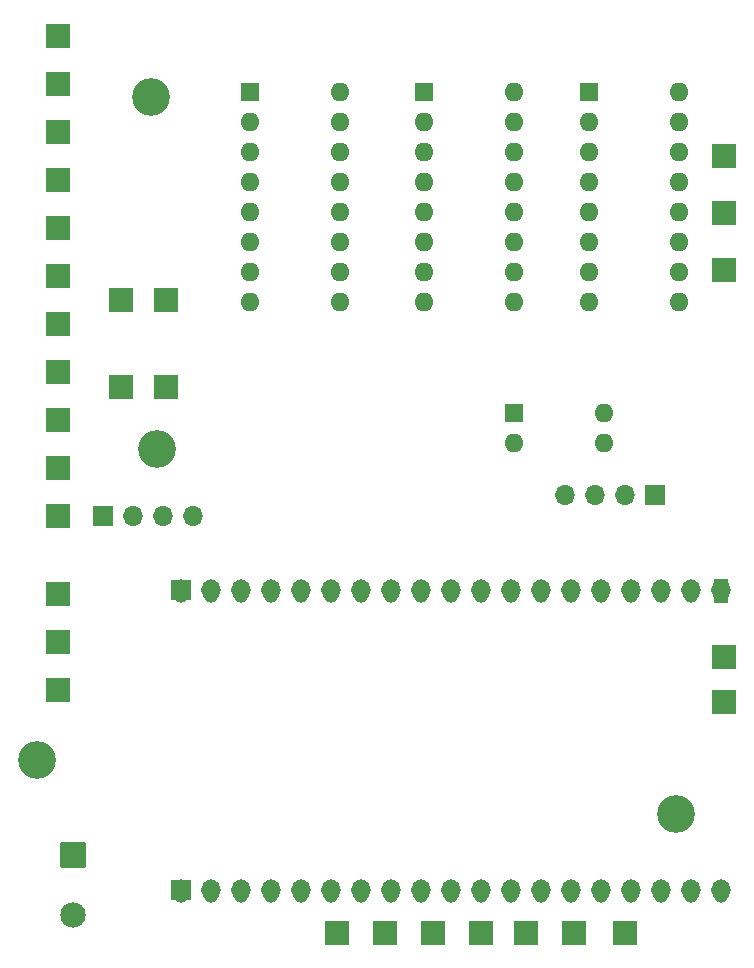
<source format=gbs>
G04 #@! TF.GenerationSoftware,KiCad,Pcbnew,8.0.9-8.0.9-0~ubuntu22.04.1*
G04 #@! TF.CreationDate,2025-03-11T20:39:27+01:00*
G04 #@! TF.ProjectId,BrakeOutBoard,4272616b-654f-4757-9442-6f6172642e6b,rev?*
G04 #@! TF.SameCoordinates,Original*
G04 #@! TF.FileFunction,Soldermask,Bot*
G04 #@! TF.FilePolarity,Negative*
%FSLAX46Y46*%
G04 Gerber Fmt 4.6, Leading zero omitted, Abs format (unit mm)*
G04 Created by KiCad (PCBNEW 8.0.9-8.0.9-0~ubuntu22.04.1) date 2025-03-11 20:39:27*
%MOMM*%
%LPD*%
G01*
G04 APERTURE LIST*
G04 Aperture macros list*
%AMRoundRect*
0 Rectangle with rounded corners*
0 $1 Rounding radius*
0 $2 $3 $4 $5 $6 $7 $8 $9 X,Y pos of 4 corners*
0 Add a 4 corners polygon primitive as box body*
4,1,4,$2,$3,$4,$5,$6,$7,$8,$9,$2,$3,0*
0 Add four circle primitives for the rounded corners*
1,1,$1+$1,$2,$3*
1,1,$1+$1,$4,$5*
1,1,$1+$1,$6,$7*
1,1,$1+$1,$8,$9*
0 Add four rect primitives between the rounded corners*
20,1,$1+$1,$2,$3,$4,$5,0*
20,1,$1+$1,$4,$5,$6,$7,0*
20,1,$1+$1,$6,$7,$8,$9,0*
20,1,$1+$1,$8,$9,$2,$3,0*%
G04 Aperture macros list end*
%ADD10R,1.200000X2.000000*%
%ADD11O,1.200000X2.000000*%
%ADD12R,1.600000X1.600000*%
%ADD13O,1.600000X1.600000*%
%ADD14RoundRect,0.250001X0.799999X-0.799999X0.799999X0.799999X-0.799999X0.799999X-0.799999X-0.799999X0*%
%ADD15RoundRect,0.250001X0.799999X0.799999X-0.799999X0.799999X-0.799999X-0.799999X0.799999X-0.799999X0*%
%ADD16RoundRect,0.102000X-0.975000X0.975000X-0.975000X-0.975000X0.975000X-0.975000X0.975000X0.975000X0*%
%ADD17C,2.154000*%
%ADD18RoundRect,0.250001X-0.799999X-0.799999X0.799999X-0.799999X0.799999X0.799999X-0.799999X0.799999X0*%
%ADD19RoundRect,0.250001X-0.799999X0.799999X-0.799999X-0.799999X0.799999X-0.799999X0.799999X0.799999X0*%
%ADD20C,3.200000*%
%ADD21R,1.700000X1.700000*%
%ADD22O,1.700000X1.700000*%
G04 APERTURE END LIST*
D10*
X183451600Y-123853200D03*
D11*
X180911600Y-123853200D03*
X178371600Y-123853200D03*
X175831600Y-123853200D03*
X173291600Y-123853200D03*
X170751600Y-123853200D03*
X168211600Y-123853200D03*
X165671600Y-123853200D03*
X163131600Y-123853200D03*
X160591600Y-123853200D03*
X158051600Y-123853200D03*
X155511600Y-123853200D03*
X152971600Y-123853200D03*
X150431600Y-123853200D03*
X147891600Y-123853200D03*
X145351600Y-123853200D03*
X142811600Y-123853200D03*
X140271600Y-123853200D03*
X137731600Y-123853200D03*
X137734320Y-149249520D03*
X140274320Y-149249520D03*
X142811600Y-149253200D03*
X145351600Y-149253200D03*
X147891600Y-149253200D03*
X150431600Y-149253200D03*
X152971600Y-149253200D03*
X155511600Y-149253200D03*
X158051600Y-149253200D03*
X160591600Y-149253200D03*
X163131600Y-149253200D03*
X165671600Y-149253200D03*
X168211600Y-149253200D03*
X170751600Y-149253200D03*
X173291600Y-149253200D03*
X175831600Y-149253200D03*
X178371600Y-149253200D03*
X180911600Y-149253200D03*
X183451600Y-149253200D03*
D12*
X158305600Y-81603200D03*
D13*
X158305600Y-84143200D03*
X158305600Y-86683200D03*
X158305600Y-89223200D03*
X158305600Y-91763200D03*
X158305600Y-94303200D03*
X158305600Y-96843200D03*
X158305600Y-99383200D03*
X165925600Y-99383200D03*
X165925600Y-96843200D03*
X165925600Y-94303200D03*
X165925600Y-91763200D03*
X165925600Y-89223200D03*
X165925600Y-86683200D03*
X165925600Y-84143200D03*
X165925600Y-81603200D03*
D14*
X127317600Y-109375200D03*
D15*
X171005600Y-152809200D03*
D16*
X128562600Y-146209700D03*
D17*
X128562600Y-151289700D03*
D14*
X127317600Y-101247200D03*
D18*
X150939600Y-152809200D03*
X159067600Y-152809200D03*
D19*
X183705600Y-91849200D03*
D18*
X132651600Y-99215200D03*
X136461600Y-99215200D03*
X155003600Y-152809200D03*
D20*
X179661600Y-142803200D03*
D14*
X127317600Y-105311200D03*
D21*
X137691800Y-123827800D03*
D22*
X140231800Y-123827800D03*
X142771800Y-123827800D03*
X145311800Y-123827800D03*
X147851800Y-123827800D03*
X150391800Y-123827800D03*
X152931800Y-123827800D03*
X155471800Y-123827800D03*
X158011800Y-123827800D03*
X160551800Y-123827800D03*
X163091800Y-123827800D03*
X165631800Y-123827800D03*
X168171800Y-123827800D03*
X170711800Y-123827800D03*
X173251800Y-123827800D03*
X175791800Y-123827800D03*
X178331800Y-123827800D03*
X180871800Y-123827800D03*
X183411800Y-123827800D03*
D14*
X127317600Y-132235200D03*
X127317600Y-124107200D03*
X127317600Y-84991200D03*
D21*
X177863600Y-115725200D03*
D22*
X175323600Y-115725200D03*
X172783600Y-115725200D03*
X170243600Y-115725200D03*
D19*
X183705600Y-87023200D03*
D12*
X172273100Y-81603200D03*
D13*
X172273100Y-84143200D03*
X172273100Y-86683200D03*
X172273100Y-89223200D03*
X172273100Y-91763200D03*
X172273100Y-94303200D03*
X172273100Y-96843200D03*
X172273100Y-99383200D03*
X179893100Y-99383200D03*
X179893100Y-96843200D03*
X179893100Y-94303200D03*
X179893100Y-91763200D03*
X179893100Y-89223200D03*
X179893100Y-86683200D03*
X179893100Y-84143200D03*
X179893100Y-81603200D03*
D20*
X135711600Y-111903200D03*
D19*
X183705600Y-133251200D03*
D12*
X143573600Y-81603200D03*
D13*
X143573600Y-84143200D03*
X143573600Y-86683200D03*
X143573600Y-89223200D03*
X143573600Y-91763200D03*
X143573600Y-94303200D03*
X143573600Y-96843200D03*
X143573600Y-99383200D03*
X151193600Y-99383200D03*
X151193600Y-96843200D03*
X151193600Y-94303200D03*
X151193600Y-91763200D03*
X151193600Y-89223200D03*
X151193600Y-86683200D03*
X151193600Y-84143200D03*
X151193600Y-81603200D03*
D18*
X132651600Y-106581200D03*
D14*
X127317600Y-89055200D03*
D18*
X163131600Y-152809200D03*
D21*
X131127600Y-117503200D03*
D22*
X133667600Y-117503200D03*
X136207600Y-117503200D03*
X138747600Y-117503200D03*
D20*
X125511600Y-138203200D03*
D14*
X127317600Y-128171200D03*
D19*
X183705600Y-129441200D03*
D14*
X127317600Y-80927200D03*
D12*
X165935600Y-108862200D03*
D13*
X165935600Y-111402200D03*
X173555600Y-111402200D03*
X173555600Y-108862200D03*
D20*
X135211600Y-82103200D03*
D14*
X127317600Y-97183200D03*
X127317600Y-117503200D03*
D21*
X137691800Y-149227800D03*
D22*
X140231800Y-149227800D03*
X142771800Y-149227800D03*
X145311800Y-149227800D03*
X147851800Y-149227800D03*
X150391800Y-149227800D03*
X152931800Y-149227800D03*
X155471800Y-149227800D03*
X158011800Y-149227800D03*
X160551800Y-149227800D03*
X163091800Y-149227800D03*
X165631800Y-149227800D03*
X168171800Y-149227800D03*
X170711800Y-149227800D03*
X173251800Y-149227800D03*
X175791800Y-149227800D03*
X178331800Y-149227800D03*
X180871800Y-149227800D03*
X183411800Y-149227800D03*
D15*
X166941600Y-152809200D03*
D14*
X127317600Y-113439200D03*
X127317600Y-93119200D03*
D18*
X175323600Y-152809200D03*
D19*
X183705600Y-96675200D03*
D18*
X136461600Y-106581200D03*
D19*
X127317600Y-76863200D03*
M02*

</source>
